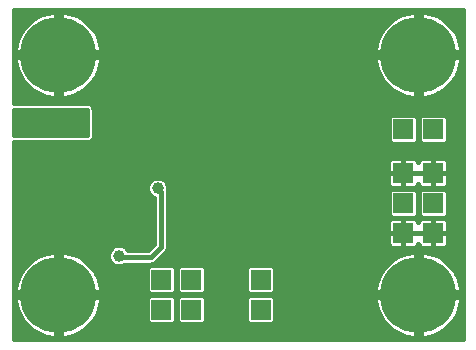
<source format=gbr>
G75*
G70*
%OFA0B0*%
%FSLAX24Y24*%
%IPPOS*%
%LPD*%
%AMOC8*
5,1,8,0,0,1.08239X$1,22.5*
%
%ADD10R,0.0591X0.0531*%
%ADD11R,0.0650X0.0650*%
%ADD12C,0.2540*%
%ADD13R,0.0591X0.0512*%
%ADD14C,0.0160*%
%ADD15C,0.0396*%
%ADD16C,0.0100*%
D10*
X001164Y011809D03*
D11*
X005656Y006543D03*
X006656Y006543D03*
X006656Y005543D03*
X005656Y005543D03*
X008967Y005543D03*
X008967Y006543D03*
X013719Y008098D03*
X014719Y008098D03*
X014719Y009098D03*
X013719Y009098D03*
X013719Y010098D03*
X014719Y010098D03*
X014719Y011563D03*
X013719Y011563D03*
D12*
X014219Y014043D03*
X014219Y006043D03*
X002219Y006043D03*
X002219Y014043D03*
D13*
X001991Y011618D03*
X001991Y010870D03*
D14*
X000739Y011126D02*
X000739Y004562D01*
X015700Y004562D01*
X015700Y015524D01*
X000739Y015524D01*
X000739Y012433D01*
X003220Y012433D01*
X003308Y012396D01*
X003376Y012328D01*
X003412Y012240D01*
X003412Y011318D01*
X003376Y011230D01*
X003308Y011162D01*
X003220Y011126D01*
X002466Y011126D01*
X002466Y010918D01*
X002039Y010918D01*
X002039Y010822D01*
X002466Y010822D01*
X002466Y010590D01*
X002454Y010544D01*
X002430Y010503D01*
X002397Y010470D01*
X002356Y010446D01*
X002310Y010434D01*
X002039Y010434D01*
X002039Y010822D01*
X001943Y010822D01*
X001943Y010918D01*
X001516Y010918D01*
X001516Y011126D01*
X000739Y011126D01*
X000739Y011017D02*
X001516Y011017D01*
X001519Y011011D02*
X001519Y010716D01*
X002523Y010716D01*
X002523Y010598D01*
X002463Y010598D01*
X002463Y010539D01*
X001400Y010539D01*
X001400Y010598D01*
X002463Y010598D01*
X002452Y010541D02*
X013258Y010541D01*
X013250Y010534D02*
X013227Y010493D01*
X013214Y010447D01*
X013214Y010106D01*
X013712Y010106D01*
X013712Y010603D01*
X013371Y010603D01*
X013325Y010591D01*
X013284Y010567D01*
X013250Y010534D01*
X013214Y010383D02*
X000739Y010383D01*
X000739Y010541D02*
X001530Y010541D01*
X001528Y010544D02*
X001552Y010503D01*
X001585Y010470D01*
X001626Y010446D01*
X001672Y010434D01*
X001943Y010434D01*
X001943Y010822D01*
X001516Y010822D01*
X001516Y010590D01*
X001528Y010544D01*
X001516Y010700D02*
X000739Y010700D01*
X000739Y010858D02*
X001943Y010858D01*
X002039Y010858D02*
X015700Y010858D01*
X015700Y010700D02*
X002466Y010700D01*
X002466Y011017D02*
X015700Y011017D01*
X015700Y011175D02*
X015204Y011175D01*
X015204Y011171D02*
X015204Y011954D01*
X015111Y012048D01*
X014328Y012048D01*
X014234Y011954D01*
X014234Y011171D01*
X014328Y011078D01*
X015111Y011078D01*
X015204Y011171D01*
X015204Y011334D02*
X015700Y011334D01*
X015700Y011492D02*
X015204Y011492D01*
X015204Y011651D02*
X015700Y011651D01*
X015700Y011809D02*
X015204Y011809D01*
X015190Y011968D02*
X015700Y011968D01*
X015700Y012126D02*
X003412Y012126D01*
X003412Y011968D02*
X013248Y011968D01*
X013234Y011954D02*
X013234Y011171D01*
X013328Y011078D01*
X014111Y011078D01*
X014204Y011171D01*
X014204Y011954D01*
X014111Y012048D01*
X013328Y012048D01*
X013234Y011954D01*
X013234Y011809D02*
X003412Y011809D01*
X003412Y011651D02*
X013234Y011651D01*
X013234Y011492D02*
X003412Y011492D01*
X003412Y011334D02*
X013234Y011334D01*
X013234Y011175D02*
X003321Y011175D01*
X003172Y011366D02*
X000751Y011366D01*
X000751Y011425D01*
X003172Y011425D01*
X003113Y011484D01*
X003054Y011543D01*
X000810Y011543D01*
X000810Y011602D02*
X003113Y011602D01*
X003113Y011484D01*
X003172Y011425D02*
X003172Y011366D01*
X003172Y011425D02*
X003172Y011779D01*
X003054Y011897D01*
X000751Y011897D01*
X000751Y011838D01*
X003113Y011838D01*
X003172Y011897D01*
X003172Y012015D01*
X003054Y012015D01*
X002582Y012015D01*
X002109Y012015D01*
X001991Y011897D01*
X001991Y011618D01*
X002109Y012015D02*
X000751Y012015D01*
X000751Y012193D01*
X003172Y012193D01*
X003172Y012074D01*
X000810Y012074D01*
X000751Y012015D02*
X000751Y011897D01*
X000751Y011838D02*
X000751Y011720D01*
X000751Y011661D01*
X000810Y011602D01*
X000751Y011661D02*
X000751Y011425D01*
X000751Y011720D02*
X003054Y011720D01*
X003172Y011779D02*
X003172Y011897D01*
X003172Y012015D02*
X003172Y012074D01*
X003394Y012285D02*
X015700Y012285D01*
X015700Y012443D02*
X000739Y012443D01*
X000739Y012602D02*
X002057Y012602D01*
X002006Y012607D02*
X002139Y012594D01*
X002139Y013963D01*
X000770Y013963D01*
X000783Y013830D01*
X000811Y013690D01*
X000852Y013554D01*
X000907Y013422D01*
X000974Y013297D01*
X001053Y013178D01*
X001144Y013068D01*
X001244Y012967D01*
X001355Y012877D01*
X001473Y012798D01*
X001599Y012731D01*
X001730Y012676D01*
X001867Y012635D01*
X002006Y012607D01*
X002139Y012602D02*
X002299Y012602D01*
X002299Y012594D02*
X002432Y012607D01*
X002572Y012635D01*
X002708Y012676D01*
X002840Y012731D01*
X002966Y012798D01*
X003084Y012877D01*
X003194Y012967D01*
X003295Y013068D01*
X003385Y013178D01*
X003465Y013297D01*
X003532Y013422D01*
X003586Y013554D01*
X003628Y013690D01*
X003655Y013830D01*
X003669Y013963D01*
X002299Y013963D01*
X002299Y012594D01*
X002382Y012602D02*
X014057Y012602D01*
X014006Y012607D02*
X014139Y012594D01*
X014139Y013963D01*
X012770Y013963D01*
X012783Y013830D01*
X012811Y013690D01*
X012852Y013554D01*
X012907Y013422D01*
X012974Y013297D01*
X013053Y013178D01*
X013144Y013068D01*
X013244Y012967D01*
X013355Y012877D01*
X013473Y012798D01*
X013599Y012731D01*
X013730Y012676D01*
X013867Y012635D01*
X014006Y012607D01*
X014139Y012602D02*
X014299Y012602D01*
X014299Y012594D02*
X014432Y012607D01*
X014572Y012635D01*
X014708Y012676D01*
X014840Y012731D01*
X014966Y012798D01*
X015084Y012877D01*
X015194Y012967D01*
X015295Y013068D01*
X015385Y013178D01*
X015465Y013297D01*
X015532Y013422D01*
X015586Y013554D01*
X015628Y013690D01*
X015655Y013830D01*
X015669Y013963D01*
X014299Y013963D01*
X014299Y012594D01*
X014382Y012602D02*
X015700Y012602D01*
X015700Y012760D02*
X014896Y012760D01*
X015135Y012919D02*
X015700Y012919D01*
X015700Y013077D02*
X015303Y013077D01*
X015424Y013236D02*
X015700Y013236D01*
X015700Y013394D02*
X015517Y013394D01*
X015586Y013553D02*
X015700Y013553D01*
X015700Y013711D02*
X015632Y013711D01*
X015659Y013870D02*
X015700Y013870D01*
X015700Y014028D02*
X014299Y014028D01*
X014299Y013963D02*
X014299Y014123D01*
X014139Y014123D01*
X014139Y013963D01*
X014299Y013963D01*
X014299Y013870D02*
X014139Y013870D01*
X014139Y014028D02*
X002299Y014028D01*
X002299Y013963D02*
X002299Y014123D01*
X002139Y014123D01*
X002139Y013963D01*
X002299Y013963D01*
X002299Y013870D02*
X002139Y013870D01*
X002139Y014028D02*
X000739Y014028D01*
X000770Y014123D02*
X002139Y014123D01*
X002139Y015492D01*
X002006Y015479D01*
X001867Y015451D01*
X001730Y015410D01*
X001599Y015355D01*
X001473Y015288D01*
X001355Y015209D01*
X001244Y015119D01*
X001144Y015018D01*
X001053Y014908D01*
X000974Y014789D01*
X000907Y014664D01*
X000852Y014532D01*
X000811Y014396D01*
X000783Y014256D01*
X000770Y014123D01*
X000777Y014187D02*
X000739Y014187D01*
X000739Y014345D02*
X000801Y014345D01*
X000844Y014504D02*
X000739Y014504D01*
X000739Y014662D02*
X000907Y014662D01*
X000995Y014821D02*
X000739Y014821D01*
X000739Y014979D02*
X001112Y014979D01*
X001268Y015138D02*
X000739Y015138D01*
X000739Y015296D02*
X001489Y015296D01*
X001886Y015455D02*
X000739Y015455D01*
X002139Y015455D02*
X002299Y015455D01*
X002299Y015492D02*
X002432Y015479D01*
X002572Y015451D01*
X002708Y015410D01*
X002840Y015355D01*
X002966Y015288D01*
X003084Y015209D01*
X003194Y015119D01*
X003295Y015018D01*
X003385Y014908D01*
X003465Y014789D01*
X003532Y014664D01*
X003586Y014532D01*
X003628Y014396D01*
X003655Y014256D01*
X003669Y014123D01*
X002299Y014123D01*
X002299Y015492D01*
X002299Y015296D02*
X002139Y015296D01*
X002139Y015138D02*
X002299Y015138D01*
X002299Y014979D02*
X002139Y014979D01*
X002139Y014821D02*
X002299Y014821D01*
X002299Y014662D02*
X002139Y014662D01*
X002139Y014504D02*
X002299Y014504D01*
X002299Y014345D02*
X002139Y014345D01*
X002139Y014187D02*
X002299Y014187D01*
X002299Y013711D02*
X002139Y013711D01*
X002139Y013553D02*
X002299Y013553D01*
X002299Y013394D02*
X002139Y013394D01*
X002139Y013236D02*
X002299Y013236D01*
X002299Y013077D02*
X002139Y013077D01*
X002139Y012919D02*
X002299Y012919D01*
X002299Y012760D02*
X002139Y012760D01*
X001543Y012760D02*
X000739Y012760D01*
X000739Y012919D02*
X001303Y012919D01*
X001136Y013077D02*
X000739Y013077D01*
X000739Y013236D02*
X001015Y013236D01*
X000922Y013394D02*
X000739Y013394D01*
X000739Y013553D02*
X000853Y013553D01*
X000807Y013711D02*
X000739Y013711D01*
X000739Y013870D02*
X000779Y013870D01*
X002553Y015455D02*
X013886Y015455D01*
X013867Y015451D02*
X013730Y015410D01*
X013599Y015355D01*
X013473Y015288D01*
X013355Y015209D01*
X013244Y015119D01*
X013144Y015018D01*
X013053Y014908D01*
X012974Y014789D01*
X012907Y014664D01*
X012852Y014532D01*
X012811Y014396D01*
X012783Y014256D01*
X012770Y014123D01*
X014139Y014123D01*
X014139Y015492D01*
X014006Y015479D01*
X013867Y015451D01*
X014139Y015455D02*
X014299Y015455D01*
X014299Y015492D02*
X014432Y015479D01*
X014572Y015451D01*
X014708Y015410D01*
X014840Y015355D01*
X014966Y015288D01*
X015084Y015209D01*
X015194Y015119D01*
X015295Y015018D01*
X015385Y014908D01*
X015465Y014789D01*
X015532Y014664D01*
X015586Y014532D01*
X015628Y014396D01*
X015655Y014256D01*
X015669Y014123D01*
X014299Y014123D01*
X014299Y015492D01*
X014299Y015296D02*
X014139Y015296D01*
X014139Y015138D02*
X014299Y015138D01*
X014299Y014979D02*
X014139Y014979D01*
X014139Y014821D02*
X014299Y014821D01*
X014299Y014662D02*
X014139Y014662D01*
X014139Y014504D02*
X014299Y014504D01*
X014299Y014345D02*
X014139Y014345D01*
X014139Y014187D02*
X014299Y014187D01*
X014299Y013711D02*
X014139Y013711D01*
X014139Y013553D02*
X014299Y013553D01*
X014299Y013394D02*
X014139Y013394D01*
X014139Y013236D02*
X014299Y013236D01*
X014299Y013077D02*
X014139Y013077D01*
X014139Y012919D02*
X014299Y012919D01*
X014299Y012760D02*
X014139Y012760D01*
X013543Y012760D02*
X002896Y012760D01*
X003135Y012919D02*
X013303Y012919D01*
X013136Y013077D02*
X003303Y013077D01*
X003424Y013236D02*
X013015Y013236D01*
X012922Y013394D02*
X003517Y013394D01*
X003586Y013553D02*
X012853Y013553D01*
X012807Y013711D02*
X003632Y013711D01*
X003659Y013870D02*
X012779Y013870D01*
X012777Y014187D02*
X003662Y014187D01*
X003638Y014345D02*
X012801Y014345D01*
X012844Y014504D02*
X003595Y014504D01*
X003532Y014662D02*
X012907Y014662D01*
X012995Y014821D02*
X003443Y014821D01*
X003327Y014979D02*
X013112Y014979D01*
X013268Y015138D02*
X003171Y015138D01*
X002950Y015296D02*
X013489Y015296D01*
X014553Y015455D02*
X015700Y015455D01*
X015700Y015296D02*
X014950Y015296D01*
X015171Y015138D02*
X015700Y015138D01*
X015700Y014979D02*
X015327Y014979D01*
X015443Y014821D02*
X015700Y014821D01*
X015700Y014662D02*
X015532Y014662D01*
X015595Y014504D02*
X015700Y014504D01*
X015700Y014345D02*
X015638Y014345D01*
X015662Y014187D02*
X015700Y014187D01*
X014248Y011968D02*
X014190Y011968D01*
X014204Y011809D02*
X014234Y011809D01*
X014234Y011651D02*
X014204Y011651D01*
X014204Y011492D02*
X014234Y011492D01*
X014234Y011334D02*
X014204Y011334D01*
X014204Y011175D02*
X014234Y011175D01*
X014371Y010603D02*
X014325Y010591D01*
X014284Y010567D01*
X014250Y010534D01*
X014227Y010493D01*
X014219Y010465D01*
X014212Y010493D01*
X014188Y010534D01*
X014155Y010567D01*
X014114Y010591D01*
X014068Y010603D01*
X013727Y010603D01*
X013727Y010106D01*
X013712Y010106D01*
X013712Y010091D01*
X013214Y010091D01*
X013214Y009749D01*
X005858Y009749D01*
X005838Y009797D02*
X005737Y009898D01*
X005606Y009952D01*
X005463Y009952D01*
X005331Y009898D01*
X005231Y009797D01*
X005176Y009665D01*
X005176Y009523D01*
X005231Y009391D01*
X005331Y009291D01*
X005412Y009257D01*
X005412Y007745D01*
X005199Y007531D01*
X004548Y007531D01*
X004539Y007553D01*
X004438Y007654D01*
X004306Y007708D01*
X004164Y007708D01*
X004032Y007654D01*
X003932Y007553D01*
X003877Y007421D01*
X003877Y007279D01*
X003932Y007147D01*
X004032Y007046D01*
X004164Y006992D01*
X004306Y006992D01*
X004438Y007046D01*
X004443Y007051D01*
X005346Y007051D01*
X005434Y007087D01*
X005502Y007155D01*
X005856Y007509D01*
X005892Y007598D01*
X005892Y009665D01*
X005838Y009797D01*
X005714Y009907D02*
X013214Y009907D01*
X013214Y009749D02*
X013227Y009704D01*
X013250Y009663D01*
X013284Y009629D01*
X013325Y009605D01*
X013371Y009593D01*
X013712Y009593D01*
X013712Y010091D01*
X013727Y010091D01*
X013727Y010106D01*
X014224Y010106D01*
X014712Y010106D01*
X014712Y010603D01*
X014371Y010603D01*
X014258Y010541D02*
X014181Y010541D01*
X013727Y010541D02*
X013712Y010541D01*
X013712Y010383D02*
X013727Y010383D01*
X013712Y010224D02*
X013727Y010224D01*
X013727Y010091D02*
X014712Y010091D01*
X014712Y010106D01*
X014727Y010106D01*
X014727Y010603D01*
X015068Y010603D01*
X015114Y010591D01*
X015155Y010567D01*
X015188Y010534D01*
X015212Y010493D01*
X015224Y010447D01*
X015224Y010106D01*
X014727Y010106D01*
X014727Y010091D01*
X015224Y010091D01*
X015224Y009749D01*
X015700Y009749D01*
X015700Y009907D02*
X015224Y009907D01*
X015224Y009749D02*
X015212Y009704D01*
X015188Y009663D01*
X015155Y009629D01*
X015114Y009605D01*
X015068Y009593D01*
X014727Y009593D01*
X014727Y010091D01*
X014712Y010091D01*
X014712Y009593D01*
X014371Y009593D01*
X014325Y009605D01*
X014284Y009629D01*
X014250Y009663D01*
X014227Y009704D01*
X014219Y009731D01*
X014212Y009704D01*
X014188Y009663D01*
X014155Y009629D01*
X014114Y009605D01*
X014068Y009593D01*
X013727Y009593D01*
X013727Y010091D01*
X013727Y010066D02*
X013712Y010066D01*
X013712Y009907D02*
X013727Y009907D01*
X013712Y009749D02*
X013727Y009749D01*
X014111Y009583D02*
X014204Y009489D01*
X014204Y008707D01*
X014111Y008613D01*
X013328Y008613D01*
X013234Y008707D01*
X013234Y009489D01*
X013328Y009583D01*
X014111Y009583D01*
X014234Y009489D02*
X014234Y008707D01*
X014328Y008613D01*
X015111Y008613D01*
X015204Y008707D01*
X015204Y009489D01*
X015111Y009583D01*
X014328Y009583D01*
X014234Y009489D01*
X014234Y009432D02*
X014204Y009432D01*
X014204Y009273D02*
X014234Y009273D01*
X014234Y009115D02*
X014204Y009115D01*
X014204Y008956D02*
X014234Y008956D01*
X014234Y008798D02*
X014204Y008798D01*
X014137Y008639D02*
X014302Y008639D01*
X014325Y008591D02*
X014284Y008567D01*
X014250Y008534D01*
X014227Y008493D01*
X014219Y008465D01*
X014212Y008493D01*
X014188Y008534D01*
X014155Y008567D01*
X014114Y008591D01*
X014068Y008603D01*
X013727Y008603D01*
X013727Y008106D01*
X013712Y008106D01*
X013712Y008603D01*
X013371Y008603D01*
X013325Y008591D01*
X013284Y008567D01*
X013250Y008534D01*
X013227Y008493D01*
X013214Y008447D01*
X013214Y008106D01*
X013712Y008106D01*
X013712Y008091D01*
X013214Y008091D01*
X013214Y007749D01*
X013227Y007704D01*
X013250Y007663D01*
X013284Y007629D01*
X013325Y007605D01*
X013371Y007593D01*
X013712Y007593D01*
X013712Y008091D01*
X013727Y008091D01*
X013727Y008106D01*
X014214Y008106D01*
X014712Y008106D01*
X014712Y008603D01*
X014371Y008603D01*
X014325Y008591D01*
X014224Y008481D02*
X014215Y008481D01*
X013727Y008481D02*
X013712Y008481D01*
X013712Y008322D02*
X013727Y008322D01*
X013712Y008164D02*
X013727Y008164D01*
X013727Y008091D02*
X014712Y008091D01*
X014712Y008106D01*
X014727Y008106D01*
X014727Y008603D01*
X015068Y008603D01*
X015114Y008591D01*
X015155Y008567D01*
X015188Y008534D01*
X015212Y008493D01*
X015224Y008447D01*
X015224Y008106D01*
X014727Y008106D01*
X014727Y008091D01*
X015224Y008091D01*
X015224Y007749D01*
X015212Y007704D01*
X015188Y007663D01*
X015155Y007629D01*
X015114Y007605D01*
X015068Y007593D01*
X014727Y007593D01*
X014727Y008091D01*
X014712Y008091D01*
X014712Y007593D01*
X014371Y007593D01*
X014325Y007605D01*
X014284Y007629D01*
X014250Y007663D01*
X014227Y007704D01*
X014219Y007731D01*
X014212Y007704D01*
X014188Y007663D01*
X014155Y007629D01*
X014114Y007605D01*
X014068Y007593D01*
X013727Y007593D01*
X013727Y008091D01*
X013727Y008005D02*
X013712Y008005D01*
X013712Y007847D02*
X013727Y007847D01*
X013712Y007688D02*
X013727Y007688D01*
X013867Y007451D02*
X013730Y007410D01*
X013599Y007355D01*
X013473Y007288D01*
X013355Y007209D01*
X013244Y007119D01*
X013144Y007018D01*
X013053Y006908D01*
X012974Y006789D01*
X012907Y006664D01*
X012852Y006532D01*
X012811Y006396D01*
X012783Y006256D01*
X012770Y006123D01*
X014139Y006123D01*
X014139Y005963D01*
X012770Y005963D01*
X012783Y005830D01*
X012811Y005690D01*
X012852Y005554D01*
X012907Y005422D01*
X012974Y005297D01*
X013053Y005178D01*
X013144Y005068D01*
X013244Y004967D01*
X013355Y004877D01*
X013473Y004798D01*
X013599Y004731D01*
X013730Y004676D01*
X013867Y004635D01*
X014006Y004607D01*
X014139Y004594D01*
X014139Y005963D01*
X014299Y005963D01*
X014299Y004594D01*
X014432Y004607D01*
X014572Y004635D01*
X014708Y004676D01*
X014840Y004731D01*
X014966Y004798D01*
X015084Y004877D01*
X015194Y004967D01*
X015295Y005068D01*
X015385Y005178D01*
X015465Y005297D01*
X015532Y005422D01*
X015586Y005554D01*
X015628Y005690D01*
X015655Y005830D01*
X015669Y005963D01*
X014299Y005963D01*
X014299Y006123D01*
X014139Y006123D01*
X014139Y007492D01*
X014006Y007479D01*
X013867Y007451D01*
X014139Y007371D02*
X014299Y007371D01*
X014299Y007492D02*
X014432Y007479D01*
X014572Y007451D01*
X014708Y007410D01*
X014840Y007355D01*
X014966Y007288D01*
X015084Y007209D01*
X015194Y007119D01*
X015295Y007018D01*
X015385Y006908D01*
X015465Y006789D01*
X015532Y006664D01*
X015586Y006532D01*
X015628Y006396D01*
X015655Y006256D01*
X015669Y006123D01*
X014299Y006123D01*
X014299Y007492D01*
X014235Y007688D02*
X014203Y007688D01*
X014139Y007213D02*
X014299Y007213D01*
X014299Y007054D02*
X014139Y007054D01*
X014139Y006896D02*
X014299Y006896D01*
X014299Y006737D02*
X014139Y006737D01*
X014139Y006579D02*
X014299Y006579D01*
X014299Y006420D02*
X014139Y006420D01*
X014139Y006262D02*
X014299Y006262D01*
X014299Y006103D02*
X015700Y006103D01*
X015700Y005945D02*
X015667Y005945D01*
X015647Y005786D02*
X015700Y005786D01*
X015700Y005628D02*
X015609Y005628D01*
X015551Y005469D02*
X015700Y005469D01*
X015700Y005311D02*
X015472Y005311D01*
X015364Y005152D02*
X015700Y005152D01*
X015700Y004994D02*
X015221Y004994D01*
X015022Y004835D02*
X015700Y004835D01*
X015700Y004677D02*
X014711Y004677D01*
X014299Y004677D02*
X014139Y004677D01*
X014139Y004835D02*
X014299Y004835D01*
X014299Y004994D02*
X014139Y004994D01*
X014139Y005152D02*
X014299Y005152D01*
X014299Y005311D02*
X014139Y005311D01*
X014139Y005469D02*
X014299Y005469D01*
X014299Y005628D02*
X014139Y005628D01*
X014139Y005786D02*
X014299Y005786D01*
X014299Y005945D02*
X014139Y005945D01*
X014139Y006103D02*
X009404Y006103D01*
X009359Y006058D02*
X009452Y006152D01*
X009452Y006934D01*
X009359Y007028D01*
X008576Y007028D01*
X008482Y006934D01*
X008482Y006152D01*
X008576Y006058D01*
X009359Y006058D01*
X009359Y006028D02*
X008576Y006028D01*
X008482Y005934D01*
X008482Y005152D01*
X008576Y005058D01*
X009359Y005058D01*
X009452Y005152D01*
X009452Y005934D01*
X009359Y006028D01*
X009442Y005945D02*
X012772Y005945D01*
X012792Y005786D02*
X009452Y005786D01*
X009452Y005628D02*
X012830Y005628D01*
X012887Y005469D02*
X009452Y005469D01*
X009452Y005311D02*
X012966Y005311D01*
X013074Y005152D02*
X009452Y005152D01*
X008482Y005152D02*
X007141Y005152D01*
X007141Y005934D01*
X007048Y006028D01*
X006265Y006028D01*
X006171Y005934D01*
X006171Y005152D01*
X006265Y005058D01*
X007048Y005058D01*
X007141Y005152D01*
X007141Y005311D02*
X008482Y005311D01*
X008482Y005469D02*
X007141Y005469D01*
X007141Y005628D02*
X008482Y005628D01*
X008482Y005786D02*
X007141Y005786D01*
X007131Y005945D02*
X008493Y005945D01*
X008531Y006103D02*
X007093Y006103D01*
X007048Y006058D02*
X007141Y006152D01*
X007141Y006934D01*
X007048Y007028D01*
X006265Y007028D01*
X006171Y006934D01*
X006171Y006152D01*
X006265Y006058D01*
X007048Y006058D01*
X007141Y006262D02*
X008482Y006262D01*
X008482Y006420D02*
X007141Y006420D01*
X007141Y006579D02*
X008482Y006579D01*
X008482Y006737D02*
X007141Y006737D01*
X007141Y006896D02*
X008482Y006896D01*
X009452Y006896D02*
X013045Y006896D01*
X012946Y006737D02*
X009452Y006737D01*
X009452Y006579D02*
X012872Y006579D01*
X012819Y006420D02*
X009452Y006420D01*
X009452Y006262D02*
X012785Y006262D01*
X013180Y007054D02*
X005354Y007054D01*
X005265Y007028D02*
X005171Y006934D01*
X005171Y006152D01*
X005265Y006058D01*
X006048Y006058D01*
X006141Y006152D01*
X006141Y006934D01*
X006048Y007028D01*
X005265Y007028D01*
X005171Y006896D02*
X003393Y006896D01*
X003385Y006908D02*
X003295Y007018D01*
X003194Y007119D01*
X003084Y007209D01*
X002966Y007288D01*
X002840Y007355D01*
X002708Y007410D01*
X002572Y007451D01*
X002432Y007479D01*
X002299Y007492D01*
X002299Y006123D01*
X002139Y006123D01*
X002139Y005963D01*
X000770Y005963D01*
X000783Y005830D01*
X000811Y005690D01*
X000852Y005554D01*
X000907Y005422D01*
X000974Y005297D01*
X001053Y005178D01*
X001144Y005068D01*
X001244Y004967D01*
X001355Y004877D01*
X001473Y004798D01*
X001599Y004731D01*
X001730Y004676D01*
X001867Y004635D01*
X002006Y004607D01*
X002139Y004594D01*
X002139Y005963D01*
X002299Y005963D01*
X002299Y004594D01*
X002432Y004607D01*
X002572Y004635D01*
X002708Y004676D01*
X002840Y004731D01*
X002966Y004798D01*
X003084Y004877D01*
X003194Y004967D01*
X003295Y005068D01*
X003385Y005178D01*
X003465Y005297D01*
X003532Y005422D01*
X003586Y005554D01*
X003628Y005690D01*
X003655Y005830D01*
X003669Y005963D01*
X002299Y005963D01*
X002299Y006123D01*
X003669Y006123D01*
X003655Y006256D01*
X003628Y006396D01*
X003586Y006532D01*
X003532Y006664D01*
X003465Y006789D01*
X003385Y006908D01*
X003258Y007054D02*
X004024Y007054D01*
X003904Y007213D02*
X003078Y007213D01*
X002801Y007371D02*
X003877Y007371D01*
X003922Y007530D02*
X000739Y007530D01*
X000739Y007688D02*
X004116Y007688D01*
X004354Y007688D02*
X005356Y007688D01*
X005412Y007847D02*
X000739Y007847D01*
X000739Y008005D02*
X005412Y008005D01*
X005412Y008164D02*
X000739Y008164D01*
X000739Y008322D02*
X005412Y008322D01*
X005412Y008481D02*
X000739Y008481D01*
X000739Y008639D02*
X005412Y008639D01*
X005412Y008798D02*
X000739Y008798D01*
X000739Y008956D02*
X005412Y008956D01*
X005412Y009115D02*
X000739Y009115D01*
X000739Y009273D02*
X005373Y009273D01*
X005214Y009432D02*
X000739Y009432D01*
X000739Y009590D02*
X005176Y009590D01*
X005211Y009749D02*
X000739Y009749D01*
X000739Y009907D02*
X005355Y009907D01*
X005534Y009594D02*
X005652Y009476D01*
X005652Y007645D01*
X005298Y007291D01*
X004294Y007291D01*
X004235Y007350D01*
X003492Y006737D02*
X005171Y006737D01*
X005171Y006579D02*
X003567Y006579D01*
X003620Y006420D02*
X005171Y006420D01*
X005171Y006262D02*
X003654Y006262D01*
X003667Y005945D02*
X005182Y005945D01*
X005171Y005934D02*
X005265Y006028D01*
X006048Y006028D01*
X006141Y005934D01*
X006141Y005152D01*
X006048Y005058D01*
X005265Y005058D01*
X005171Y005152D01*
X005171Y005934D01*
X005171Y005786D02*
X003647Y005786D01*
X003609Y005628D02*
X005171Y005628D01*
X005171Y005469D02*
X003551Y005469D01*
X003472Y005311D02*
X005171Y005311D01*
X005171Y005152D02*
X003364Y005152D01*
X003221Y004994D02*
X013218Y004994D01*
X013417Y004835D02*
X003022Y004835D01*
X002711Y004677D02*
X013728Y004677D01*
X015654Y006262D02*
X015700Y006262D01*
X015700Y006420D02*
X015620Y006420D01*
X015567Y006579D02*
X015700Y006579D01*
X015700Y006737D02*
X015492Y006737D01*
X015393Y006896D02*
X015700Y006896D01*
X015700Y007054D02*
X015258Y007054D01*
X015078Y007213D02*
X015700Y007213D01*
X015700Y007371D02*
X014801Y007371D01*
X014727Y007688D02*
X014712Y007688D01*
X014712Y007847D02*
X014727Y007847D01*
X014712Y008005D02*
X014727Y008005D01*
X014712Y008164D02*
X014727Y008164D01*
X014712Y008322D02*
X014727Y008322D01*
X014712Y008481D02*
X014727Y008481D01*
X015137Y008639D02*
X015700Y008639D01*
X015700Y008481D02*
X015215Y008481D01*
X015224Y008322D02*
X015700Y008322D01*
X015700Y008164D02*
X015224Y008164D01*
X015224Y008005D02*
X015700Y008005D01*
X015700Y007847D02*
X015224Y007847D01*
X015203Y007688D02*
X015700Y007688D01*
X015700Y007530D02*
X005864Y007530D01*
X005892Y007688D02*
X013235Y007688D01*
X013214Y007847D02*
X005892Y007847D01*
X005892Y008005D02*
X013214Y008005D01*
X013214Y008164D02*
X005892Y008164D01*
X005892Y008322D02*
X013214Y008322D01*
X013224Y008481D02*
X005892Y008481D01*
X005892Y008639D02*
X013302Y008639D01*
X013234Y008798D02*
X005892Y008798D01*
X005892Y008956D02*
X013234Y008956D01*
X013234Y009115D02*
X005892Y009115D01*
X005892Y009273D02*
X013234Y009273D01*
X013234Y009432D02*
X005892Y009432D01*
X005892Y009590D02*
X015700Y009590D01*
X015700Y009432D02*
X015204Y009432D01*
X015204Y009273D02*
X015700Y009273D01*
X015700Y009115D02*
X015204Y009115D01*
X015204Y008956D02*
X015700Y008956D01*
X015700Y008798D02*
X015204Y008798D01*
X014727Y009749D02*
X014712Y009749D01*
X014712Y009907D02*
X014727Y009907D01*
X014712Y010066D02*
X014727Y010066D01*
X014712Y010224D02*
X014727Y010224D01*
X014712Y010383D02*
X014727Y010383D01*
X014712Y010541D02*
X014727Y010541D01*
X015181Y010541D02*
X015700Y010541D01*
X015700Y010383D02*
X015224Y010383D01*
X015224Y010224D02*
X015700Y010224D01*
X015700Y010066D02*
X015224Y010066D01*
X013214Y010066D02*
X000739Y010066D01*
X000739Y010224D02*
X013214Y010224D01*
X013638Y007371D02*
X005718Y007371D01*
X005559Y007213D02*
X013360Y007213D01*
X006171Y006896D02*
X006141Y006896D01*
X006141Y006737D02*
X006171Y006737D01*
X006171Y006579D02*
X006141Y006579D01*
X006141Y006420D02*
X006171Y006420D01*
X006171Y006262D02*
X006141Y006262D01*
X006093Y006103D02*
X006220Y006103D01*
X006182Y005945D02*
X006131Y005945D01*
X006141Y005786D02*
X006171Y005786D01*
X006171Y005628D02*
X006141Y005628D01*
X006141Y005469D02*
X006171Y005469D01*
X006171Y005311D02*
X006141Y005311D01*
X006141Y005152D02*
X006171Y005152D01*
X005220Y006103D02*
X002299Y006103D01*
X002299Y005945D02*
X002139Y005945D01*
X002139Y006103D02*
X000739Y006103D01*
X000770Y006123D02*
X002139Y006123D01*
X002139Y007492D01*
X002006Y007479D01*
X001867Y007451D01*
X001730Y007410D01*
X001599Y007355D01*
X001473Y007288D01*
X001355Y007209D01*
X001244Y007119D01*
X001144Y007018D01*
X001053Y006908D01*
X000974Y006789D01*
X000907Y006664D01*
X000852Y006532D01*
X000811Y006396D01*
X000783Y006256D01*
X000770Y006123D01*
X000785Y006262D02*
X000739Y006262D01*
X000739Y006420D02*
X000819Y006420D01*
X000872Y006579D02*
X000739Y006579D01*
X000739Y006737D02*
X000946Y006737D01*
X001045Y006896D02*
X000739Y006896D01*
X000739Y007054D02*
X001180Y007054D01*
X001360Y007213D02*
X000739Y007213D01*
X000739Y007371D02*
X001638Y007371D01*
X002139Y007371D02*
X002299Y007371D01*
X002299Y007213D02*
X002139Y007213D01*
X002139Y007054D02*
X002299Y007054D01*
X002299Y006896D02*
X002139Y006896D01*
X002139Y006737D02*
X002299Y006737D01*
X002299Y006579D02*
X002139Y006579D01*
X002139Y006420D02*
X002299Y006420D01*
X002299Y006262D02*
X002139Y006262D01*
X002139Y005786D02*
X002299Y005786D01*
X002299Y005628D02*
X002139Y005628D01*
X002139Y005469D02*
X002299Y005469D01*
X002299Y005311D02*
X002139Y005311D01*
X002139Y005152D02*
X002299Y005152D01*
X002299Y004994D02*
X002139Y004994D01*
X002139Y004835D02*
X002299Y004835D01*
X002299Y004677D02*
X002139Y004677D01*
X001728Y004677D02*
X000739Y004677D01*
X000739Y004835D02*
X001417Y004835D01*
X001218Y004994D02*
X000739Y004994D01*
X000739Y005152D02*
X001074Y005152D01*
X000966Y005311D02*
X000739Y005311D01*
X000739Y005469D02*
X000887Y005469D01*
X000830Y005628D02*
X000739Y005628D01*
X000739Y005786D02*
X000792Y005786D01*
X000772Y005945D02*
X000739Y005945D01*
X001943Y010541D02*
X002039Y010541D01*
X002039Y010700D02*
X001943Y010700D01*
X001519Y011011D02*
X002641Y011011D01*
X002641Y011130D01*
X001519Y011130D01*
D15*
X002109Y012015D03*
X002582Y012015D03*
X003054Y012015D03*
X003645Y013019D03*
X004353Y013019D03*
X004058Y014259D03*
X004058Y014850D03*
X005121Y015204D03*
X005771Y015204D03*
X006538Y014850D03*
X007247Y014850D03*
X007956Y014850D03*
X008664Y014850D03*
X009373Y014850D03*
X010082Y014850D03*
X010790Y014850D03*
X011499Y014850D03*
X011499Y014141D03*
X011499Y013433D03*
X011499Y012724D03*
X013034Y011011D03*
X009550Y008472D03*
X009550Y007941D03*
X009786Y006700D03*
X009786Y006169D03*
X008133Y006464D03*
X007542Y006464D03*
X007542Y005815D03*
X008133Y005815D03*
X008133Y005165D03*
X007542Y005165D03*
X004589Y005165D03*
X004589Y005756D03*
X004589Y006346D03*
X003940Y006346D03*
X003940Y005756D03*
X003940Y005165D03*
X004235Y007350D03*
X002168Y007881D03*
X001578Y007881D03*
X000987Y007881D03*
X000987Y007350D03*
X005534Y009594D03*
X005357Y010598D03*
X007601Y011189D03*
X007601Y011779D03*
X011735Y008177D03*
X012444Y008177D03*
X011735Y007586D03*
X011735Y006996D03*
X011735Y006405D03*
D16*
X004412Y009358D02*
X004353Y009299D01*
X004412Y009358D02*
X004353Y009417D01*
X003113Y009417D01*
X003113Y009358D02*
X004117Y009358D01*
X004176Y009299D01*
X004176Y009181D01*
X003231Y009181D01*
X003172Y009240D01*
X004176Y009240D01*
X004117Y009299D01*
X003054Y009299D01*
X004176Y009240D02*
X004235Y009240D01*
M02*

</source>
